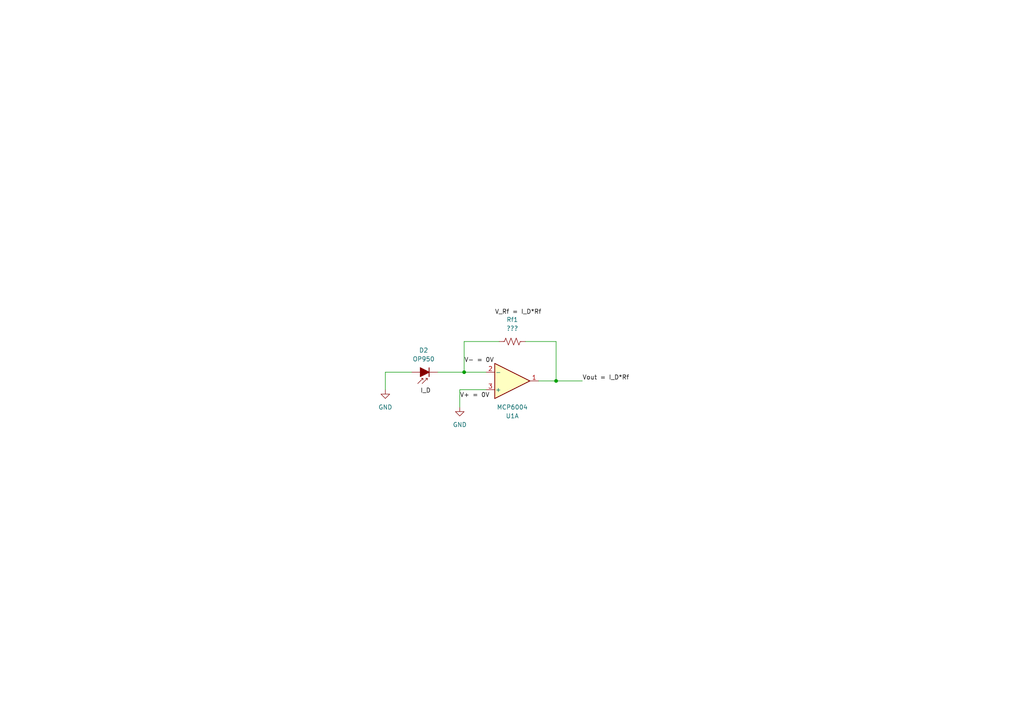
<source format=kicad_sch>
(kicad_sch (version 20230121) (generator eeschema)
  (paper "A4")
  (title_block (title "Trasimpedance Amplifier") (date "2024-02-06") (rev "1") (company "E80 Team 36"))
  (lib_symbols
    (symbol "Amplifier_Operational:MCP6004" (pin_names (offset 0.127))
      (property "Reference" "U" (at 0 5.08 0))
      (property "Value" "MCP6004" (at 0 -5.08 0))
      (symbol "MCP6004_1_1"
        (polyline (pts (xy -5.08 5.08) (xy 5.08 0) (xy -5.08 -5.08) (xy -5.08 5.08)) (stroke (width 0.254)) (fill (type background)))
        (pin output line (at 7.62 0 180) (length 2.54) (name "~") (number "1"))
        (pin input line (at -7.62 -2.54 0) (length 2.54) (name "-") (number "2"))
        (pin input line (at -7.62 2.54 0) (length 2.54) (name "+") (number "3"))
      )
      (symbol "MCP6004_2_1"
        (polyline (pts (xy -5.08 5.08) (xy 5.08 0) (xy -5.08 -5.08) (xy -5.08 5.08)) (stroke (width 0.254)) (fill (type background)))
        (pin input line (at -7.62 2.54 0) (length 2.54) (name "+") (number "5"))
        (pin input line (at -7.62 -2.54 0) (length 2.54) (name "-") (number "6"))
        (pin output line (at 7.62 0 180) (length 2.54) (name "~") (number "7"))
      )
      (symbol "MCP6004_3_1"
        (polyline (pts (xy -5.08 5.08) (xy 5.08 0) (xy -5.08 -5.08) (xy -5.08 5.08)) (stroke (width 0.254)) (fill (type background)))
        (pin input line (at -7.62 2.54 0) (length 2.54) (name "+") (number "10"))
        (pin output line (at 7.62 0 180) (length 2.54) (name "~") (number "8"))
        (pin input line (at -7.62 -2.54 0) (length 2.54) (name "-") (number "9"))
      )
      (symbol "MCP6004_4_1"
        (polyline (pts (xy -5.08 5.08) (xy 5.08 0) (xy -5.08 -5.08) (xy -5.08 5.08)) (stroke (width 0.254)) (fill (type background)))
        (pin input line (at -7.62 2.54 0) (length 2.54) (name "+") (number "12"))
        (pin input line (at -7.62 -2.54 0) (length 2.54) (name "-") (number "13"))
        (pin output line (at 7.62 0 180) (length 2.54) (name "~") (number "14"))
      )
      (symbol "MCP6004_5_1"
        (pin power_in line (at -2.54 -7.62 90) (length 3.81) (name "V-") (number "11"))
        (pin power_in line (at -2.54 7.62 270) (length 3.81) (name "V+") (number "4"))
      )
    )
    (symbol "Device:D_Photo_Filled" (pin_numbers hide) (pin_names hide)
      (property "Reference" "D" (at 0.508 1.778 0))
      (property "Value" "D_Photo_Filled" (at -1.016 -2.794 0))
      (symbol "D_Photo_Filled_0_1"
        (polyline (pts (xy -2.54 1.27) (xy -2.54 -1.27)) (stroke (width 0.254)))
        (polyline (pts (xy -2.032 1.778) (xy -1.524 1.778)))
        (polyline (pts (xy 0 0) (xy -2.54 0)))
        (polyline (pts (xy -0.508 3.302) (xy -2.032 1.778) (xy -2.032 2.286)))
        (polyline (pts (xy 0 -1.27) (xy 0 1.27) (xy -2.54 0) (xy 0 -1.27)) (stroke (width 0.254)) (fill (type outline)))
        (polyline (pts (xy 0.762 3.302) (xy -0.762 1.778) (xy -0.762 2.286) (xy -0.762 1.778) (xy -0.254 1.778)))
      )
      (symbol "D_Photo_Filled_1_1"
        (pin passive line (at -5.08 0 0) (length 2.54) (name "K") (number "1"))
        (pin passive line (at 2.54 0 180) (length 2.54) (name "A") (number "2"))
      )
    )
    (symbol "Device:R_US" (pin_numbers hide) (pin_names (offset 0))
      (property "Reference" "R" (at 2.54 0 90))
      (property "Value" "R_US" (at -2.54 0 90))
      (symbol "R_US_0_1"
        (polyline (pts (xy 0 -2.286) (xy 0 -2.54)))
        (polyline (pts (xy 0 2.286) (xy 0 2.54)))
        (polyline (pts (xy 0 -0.762) (xy 1.016 -1.143) (xy 0 -1.524) (xy -1.016 -1.905) (xy 0 -2.286)))
        (polyline (pts (xy 0 0.762) (xy 1.016 0.381) (xy 0 0) (xy -1.016 -0.381) (xy 0 -0.762)))
        (polyline (pts (xy 0 2.286) (xy 1.016 1.905) (xy 0 1.524) (xy -1.016 1.143) (xy 0 0.762)))
      )
      (symbol "R_US_1_1"
        (pin passive line (at 0 3.81 270) (length 1.27) (name "~") (number "1"))
        (pin passive line (at 0 -3.81 90) (length 1.27) (name "~") (number "2"))
      )
    )
    (symbol "power:GND" (power) (pin_names (offset 0))
      (property "Value" "GND" (at 0 -3.81 0))
      (symbol "GND_0_1"
        (polyline (pts (xy 0 0) (xy 0 -1.27) (xy 1.27 -1.27) (xy 0 -2.54) (xy -1.27 -1.27) (xy 0 -1.27)))
      )
      (symbol "GND_1_1"
        (pin power_in line (at 0 0 270) (length 0) hide (name "GND") (number "1"))
      )
    )
  )
  (junction (at 134.62 107.95))
  (junction (at 161.29 110.49))
  (wire (pts (xy 144.78 99.06) (xy 134.62 99.06)))
  (wire (pts (xy 161.29 99.06) (xy 161.29 110.49)))
  (wire (pts (xy 127 107.95) (xy 134.62 107.95)))
  (wire (pts (xy 133.35 113.03) (xy 133.35 118.11)))
  (wire (pts (xy 140.97 113.03) (xy 133.35 113.03)))
  (wire (pts (xy 161.29 110.49) (xy 168.91 110.49)))
  (wire (pts (xy 111.76 107.95) (xy 111.76 113.03)))
  (wire (pts (xy 152.4 99.06) (xy 161.29 99.06)))
  (wire (pts (xy 119.38 107.95) (xy 111.76 107.95)))
  (wire (pts (xy 140.97 107.95) (xy 134.62 107.95)))
  (wire (pts (xy 134.62 99.06) (xy 134.62 107.95)))
  (wire (pts (xy 156.21 110.49) (xy 161.29 110.49)))
  (label "V_Rf = I_D*Rf" (at 143.51 91.44 0))
  (label "V- = 0V" (at 134.62 105.41 0))
  (label "I_D" (at 121.92 114.3 0))
  (label "Vout = I_D*Rf" (at 168.91 110.49 0))
  (label "V+ = 0V" (at 133.35 115.57 0))
  (symbol (lib_id "Device:R_US") (at 148.59 99.06 270) (unit 1)
    (property "Reference" "Rf1" (at 148.59 92.71 90))
    (property "Value" "???" (at 148.59 95.25 90))
  )
  (symbol (lib_id "power:GND") (at 133.35 118.11 0) (unit 1)
    (property "Reference" "#PWR04" (effects hide))
    (property "Value" "GND" (at 133.35 123.19 0))
  )
  (symbol (lib_id "Device:D_Photo_Filled") (at 121.92 107.95 180) (unit 1)
    (property "Reference" "D2" (at 122.8725 101.6 0))
    (property "Value" "OP950" (at 122.8725 104.14 0))
  )
  (symbol (lib_id "Amplifier_Operational:MCP6004") (at 148.59 110.49 0) (mirror x) (unit 1)
    (property "Reference" "U1" (at 148.59 120.65 0))
    (property "Value" "MCP6004" (at 148.59 118.11 0))
    (property "Datasheet" "http://ww1.microchip.com/downloads/en/DeviceDoc/21733j.pdf" (effects hide))
  )
  (symbol (lib_id "power:GND") (at 111.76 113.03 0) (unit 1)
    (property "Reference" "#PWR03" (effects hide))
    (property "Value" "GND" (at 111.76 118.11 0))
  )
)
</source>
